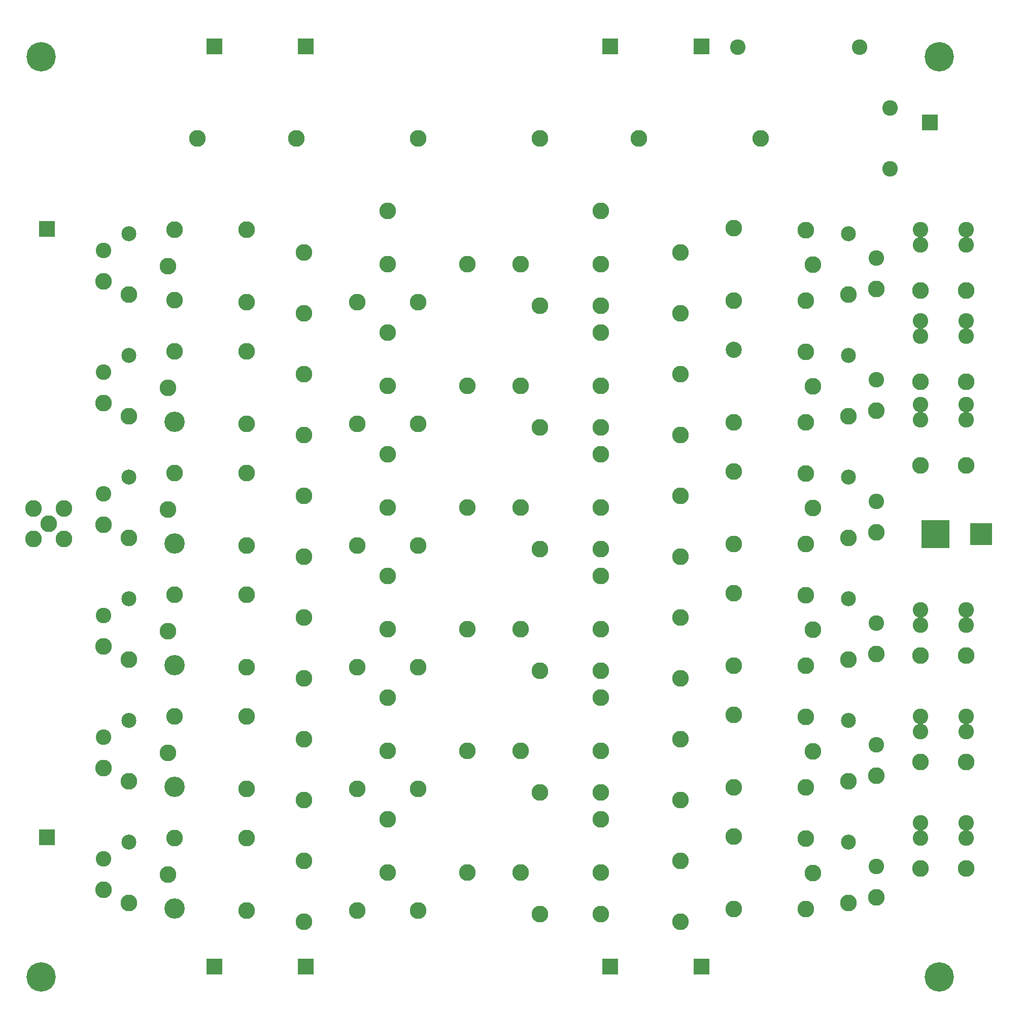
<source format=gbr>
%FSLAX34Y34*%
%MOMM*%
%LNSOLDERMASK_TOP*%
G71*
G01*
%ADD10C,2.800*%
%ADD11C,2.800*%
%ADD12C,2.700*%
%ADD13C,2.600*%
%ADD14C,2.500*%
%ADD15C,2.700*%
%ADD16C,3.400*%
%ADD17C,2.800*%
%ADD18C,4.900*%
%LPD*%
X-1028700Y63500D02*
G54D10*
D03*
X-1028700Y-38100D02*
G54D10*
D03*
X-889000Y44450D02*
G54D11*
D03*
X-889000Y133350D02*
G54D11*
D03*
X-838200Y-19050D02*
G54D10*
D03*
X-939800Y-19050D02*
G54D10*
D03*
X-755650Y44450D02*
G54D11*
D03*
X-666750Y44450D02*
G54D11*
D03*
X-533400Y-25400D02*
G54D10*
D03*
X-635000Y-25400D02*
G54D10*
D03*
X-533400Y44450D02*
G54D11*
D03*
X-533400Y133350D02*
G54D11*
D03*
X-400050Y63500D02*
G54D10*
D03*
X-400050Y-38100D02*
G54D10*
D03*
X-1123950Y-19050D02*
G54D11*
D03*
X-1244600Y-15876D02*
G54D11*
D03*
X-1123950Y101600D02*
G54D11*
D03*
X-1244600Y101600D02*
G54D11*
D03*
X-1255712Y41275D02*
G54D11*
D03*
X-311290Y104251D02*
G54D11*
D03*
X-190640Y101077D02*
G54D11*
D03*
X-311290Y-16399D02*
G54D11*
D03*
X-190640Y-16399D02*
G54D11*
D03*
X-179528Y43926D02*
G54D11*
D03*
X-1028700Y63500D02*
G54D11*
D03*
X-838200Y-19050D02*
G54D11*
D03*
X-533400Y-25400D02*
G54D11*
D03*
X-400050Y-38100D02*
G54D11*
D03*
X-1244600Y-15876D02*
G54D12*
D03*
X-1362592Y15962D02*
G54D13*
D03*
X-1362704Y66942D02*
G54D13*
D03*
X-1320477Y-6070D02*
G54D14*
D03*
X-1320477Y95530D02*
G54D14*
D03*
X-1320477Y-6070D02*
G54D13*
D03*
X-73542Y3262D02*
G54D13*
D03*
X-73654Y54242D02*
G54D13*
D03*
X-120327Y-6070D02*
G54D14*
D03*
X-120327Y95530D02*
G54D14*
D03*
X-120327Y-6070D02*
G54D13*
D03*
X-1320477Y-6070D02*
G54D11*
D03*
X-1362592Y15962D02*
G54D11*
D03*
X-120327Y-6070D02*
G54D11*
D03*
X-73542Y3262D02*
G54D11*
D03*
X-1028700Y-139700D02*
G54D10*
D03*
X-1028700Y-241300D02*
G54D10*
D03*
X-889000Y-158750D02*
G54D11*
D03*
X-889000Y-69850D02*
G54D11*
D03*
X-838200Y-222250D02*
G54D10*
D03*
X-939800Y-222250D02*
G54D10*
D03*
X-755650Y-158750D02*
G54D11*
D03*
X-666750Y-158750D02*
G54D11*
D03*
X-533400Y-228600D02*
G54D10*
D03*
X-635000Y-228600D02*
G54D10*
D03*
X-533400Y-158750D02*
G54D11*
D03*
X-533400Y-69850D02*
G54D11*
D03*
X-400050Y-139700D02*
G54D10*
D03*
X-400050Y-241300D02*
G54D10*
D03*
X-1123950Y-222250D02*
G54D11*
D03*
X-1244600Y-219076D02*
G54D11*
D03*
X-1123950Y-101600D02*
G54D11*
D03*
X-1244600Y-101600D02*
G54D11*
D03*
X-1255712Y-161925D02*
G54D11*
D03*
X-311290Y-98949D02*
G54D15*
D03*
X-190640Y-102123D02*
G54D11*
D03*
X-311290Y-219599D02*
G54D11*
D03*
X-190640Y-219599D02*
G54D11*
D03*
X-179527Y-159274D02*
G54D11*
D03*
X-1028700Y-139700D02*
G54D11*
D03*
X-838200Y-222250D02*
G54D11*
D03*
X-533400Y-228600D02*
G54D11*
D03*
X-400050Y-241300D02*
G54D11*
D03*
X-1244600Y-219076D02*
G54D16*
D03*
X-1362592Y-187238D02*
G54D13*
D03*
X-1362704Y-136258D02*
G54D13*
D03*
X-1320477Y-209270D02*
G54D14*
D03*
X-1320477Y-107670D02*
G54D14*
D03*
X-1320477Y-209270D02*
G54D13*
D03*
X-73542Y-199938D02*
G54D13*
D03*
X-73654Y-148958D02*
G54D13*
D03*
X-120327Y-209270D02*
G54D14*
D03*
X-120327Y-107670D02*
G54D14*
D03*
X-120327Y-209270D02*
G54D13*
D03*
X-1320477Y-209270D02*
G54D11*
D03*
X-1362592Y-187238D02*
G54D11*
D03*
X-120327Y-209270D02*
G54D11*
D03*
X-73542Y-199938D02*
G54D11*
D03*
X-1028700Y-342900D02*
G54D10*
D03*
X-1028700Y-444500D02*
G54D10*
D03*
X-889000Y-361950D02*
G54D11*
D03*
X-889000Y-273050D02*
G54D11*
D03*
X-838200Y-425450D02*
G54D10*
D03*
X-939800Y-425450D02*
G54D10*
D03*
X-755650Y-361950D02*
G54D11*
D03*
X-666750Y-361950D02*
G54D11*
D03*
X-533400Y-431800D02*
G54D10*
D03*
X-635000Y-431800D02*
G54D10*
D03*
X-533400Y-361950D02*
G54D11*
D03*
X-533400Y-273050D02*
G54D11*
D03*
X-400050Y-342900D02*
G54D10*
D03*
X-400050Y-444500D02*
G54D10*
D03*
X-1123950Y-425450D02*
G54D11*
D03*
X-1244600Y-422276D02*
G54D11*
D03*
X-1123950Y-304800D02*
G54D11*
D03*
X-1244600Y-304800D02*
G54D11*
D03*
X-1255712Y-365125D02*
G54D11*
D03*
X-311290Y-302149D02*
G54D11*
D03*
X-190640Y-305323D02*
G54D11*
D03*
X-311290Y-422799D02*
G54D11*
D03*
X-190640Y-422799D02*
G54D11*
D03*
X-179527Y-362474D02*
G54D11*
D03*
X-1028700Y-342900D02*
G54D11*
D03*
X-838200Y-425450D02*
G54D11*
D03*
X-533400Y-431800D02*
G54D11*
D03*
X-400050Y-444500D02*
G54D11*
D03*
X-1244600Y-422276D02*
G54D16*
D03*
X-1362592Y-390438D02*
G54D13*
D03*
X-1362704Y-339458D02*
G54D13*
D03*
X-1320477Y-412470D02*
G54D14*
D03*
X-1320477Y-310870D02*
G54D14*
D03*
X-1320477Y-412470D02*
G54D13*
D03*
X-73542Y-403138D02*
G54D13*
D03*
X-73654Y-352158D02*
G54D13*
D03*
X-120327Y-412470D02*
G54D14*
D03*
X-120327Y-310870D02*
G54D14*
D03*
X-120327Y-412470D02*
G54D13*
D03*
X-1320477Y-412470D02*
G54D11*
D03*
X-1362592Y-390438D02*
G54D11*
D03*
X-120327Y-412470D02*
G54D11*
D03*
X-73542Y-403138D02*
G54D11*
D03*
X-1028700Y-546100D02*
G54D10*
D03*
X-1028700Y-647700D02*
G54D10*
D03*
X-889000Y-565150D02*
G54D11*
D03*
X-889000Y-476250D02*
G54D11*
D03*
X-838200Y-628650D02*
G54D10*
D03*
X-939800Y-628650D02*
G54D10*
D03*
X-755650Y-565150D02*
G54D11*
D03*
X-666750Y-565150D02*
G54D11*
D03*
X-533400Y-635000D02*
G54D10*
D03*
X-635000Y-635000D02*
G54D10*
D03*
X-533400Y-565150D02*
G54D11*
D03*
X-533400Y-476250D02*
G54D11*
D03*
X-400050Y-546100D02*
G54D10*
D03*
X-400050Y-647700D02*
G54D10*
D03*
X-1123950Y-628650D02*
G54D11*
D03*
X-1244600Y-625476D02*
G54D11*
D03*
X-1123950Y-508000D02*
G54D11*
D03*
X-1244600Y-508000D02*
G54D11*
D03*
X-1255712Y-568325D02*
G54D11*
D03*
X-311290Y-505348D02*
G54D11*
D03*
X-190640Y-508523D02*
G54D11*
D03*
X-311290Y-625999D02*
G54D11*
D03*
X-190640Y-625999D02*
G54D11*
D03*
X-179527Y-565674D02*
G54D11*
D03*
X-1028700Y-546100D02*
G54D11*
D03*
X-838200Y-628650D02*
G54D11*
D03*
X-533400Y-635000D02*
G54D11*
D03*
X-400050Y-647700D02*
G54D11*
D03*
X-1244600Y-625476D02*
G54D16*
D03*
X-1362592Y-593638D02*
G54D13*
D03*
X-1362704Y-542658D02*
G54D13*
D03*
X-1320477Y-615670D02*
G54D14*
D03*
X-1320477Y-514070D02*
G54D14*
D03*
X-1320477Y-615670D02*
G54D13*
D03*
X-73542Y-606338D02*
G54D13*
D03*
X-73654Y-555358D02*
G54D13*
D03*
X-120327Y-615670D02*
G54D14*
D03*
X-120327Y-514070D02*
G54D14*
D03*
X-120327Y-615670D02*
G54D13*
D03*
X-1320477Y-615670D02*
G54D11*
D03*
X-1362592Y-593638D02*
G54D11*
D03*
X-120327Y-615670D02*
G54D11*
D03*
X-73542Y-606338D02*
G54D11*
D03*
X-1028700Y-749300D02*
G54D10*
D03*
X-1028700Y-850900D02*
G54D10*
D03*
X-889000Y-768350D02*
G54D11*
D03*
X-889000Y-679450D02*
G54D11*
D03*
X-838200Y-831850D02*
G54D10*
D03*
X-939800Y-831850D02*
G54D10*
D03*
X-755650Y-768350D02*
G54D11*
D03*
X-666750Y-768350D02*
G54D11*
D03*
X-533400Y-838200D02*
G54D10*
D03*
X-635000Y-838200D02*
G54D10*
D03*
X-533400Y-768350D02*
G54D11*
D03*
X-533400Y-679450D02*
G54D11*
D03*
X-400050Y-749300D02*
G54D10*
D03*
X-400050Y-850900D02*
G54D10*
D03*
X-1123950Y-831850D02*
G54D11*
D03*
X-1244600Y-828676D02*
G54D11*
D03*
X-1123950Y-711200D02*
G54D11*
D03*
X-1244600Y-711200D02*
G54D11*
D03*
X-1255712Y-771525D02*
G54D11*
D03*
X-311290Y-708548D02*
G54D11*
D03*
X-190640Y-711723D02*
G54D11*
D03*
X-311290Y-829199D02*
G54D11*
D03*
X-190640Y-829199D02*
G54D11*
D03*
X-179527Y-768874D02*
G54D11*
D03*
X-1028700Y-749300D02*
G54D11*
D03*
X-838200Y-831850D02*
G54D11*
D03*
X-533400Y-838200D02*
G54D11*
D03*
X-400050Y-850900D02*
G54D11*
D03*
X-1244600Y-828676D02*
G54D16*
D03*
X-1362592Y-796838D02*
G54D13*
D03*
X-1362704Y-745858D02*
G54D13*
D03*
X-1320477Y-818870D02*
G54D14*
D03*
X-1320477Y-717270D02*
G54D14*
D03*
X-1320477Y-818870D02*
G54D13*
D03*
X-73542Y-809538D02*
G54D13*
D03*
X-73654Y-758558D02*
G54D13*
D03*
X-120327Y-818870D02*
G54D14*
D03*
X-120327Y-717270D02*
G54D14*
D03*
X-120327Y-818870D02*
G54D13*
D03*
X-1320477Y-818870D02*
G54D11*
D03*
X-1362592Y-796838D02*
G54D11*
D03*
X-120327Y-818870D02*
G54D11*
D03*
X-73542Y-809538D02*
G54D11*
D03*
X-1028700Y-952500D02*
G54D10*
D03*
X-1028700Y-1054100D02*
G54D10*
D03*
X-889000Y-971550D02*
G54D11*
D03*
X-889000Y-882650D02*
G54D11*
D03*
X-838200Y-1035050D02*
G54D10*
D03*
X-939800Y-1035050D02*
G54D10*
D03*
X-755650Y-971550D02*
G54D11*
D03*
X-666750Y-971550D02*
G54D11*
D03*
X-533400Y-1041400D02*
G54D10*
D03*
X-635000Y-1041400D02*
G54D10*
D03*
X-533400Y-971550D02*
G54D11*
D03*
X-533400Y-882650D02*
G54D11*
D03*
X-400050Y-952500D02*
G54D10*
D03*
X-400050Y-1054100D02*
G54D10*
D03*
X-1123950Y-1035050D02*
G54D11*
D03*
X-1244600Y-1031876D02*
G54D11*
D03*
X-1123950Y-914400D02*
G54D11*
D03*
X-1244600Y-914400D02*
G54D11*
D03*
X-1255712Y-974725D02*
G54D11*
D03*
X-311290Y-911748D02*
G54D11*
D03*
X-190640Y-914923D02*
G54D11*
D03*
X-311290Y-1032399D02*
G54D11*
D03*
X-190640Y-1032399D02*
G54D11*
D03*
X-179527Y-972074D02*
G54D11*
D03*
X-1028700Y-952500D02*
G54D11*
D03*
X-838200Y-1035050D02*
G54D11*
D03*
X-533400Y-1041400D02*
G54D11*
D03*
X-400050Y-1054100D02*
G54D11*
D03*
X-1244600Y-1031876D02*
G54D16*
D03*
X-1362592Y-1000038D02*
G54D13*
D03*
X-1362704Y-949058D02*
G54D13*
D03*
X-1320477Y-1022070D02*
G54D14*
D03*
X-1320477Y-920470D02*
G54D14*
D03*
X-1320477Y-1022070D02*
G54D13*
D03*
X-73542Y-1012738D02*
G54D13*
D03*
X-73654Y-961758D02*
G54D13*
D03*
X-120327Y-1022070D02*
G54D14*
D03*
X-120327Y-920470D02*
G54D14*
D03*
X-120327Y-1022070D02*
G54D13*
D03*
X-1320477Y-1022070D02*
G54D11*
D03*
X-1362592Y-1000038D02*
G54D11*
D03*
X-120327Y-1022070D02*
G54D11*
D03*
X-73542Y-1012738D02*
G54D11*
D03*
X-1206500Y254000D02*
G54D17*
D03*
X-635000Y254000D02*
G54D17*
D03*
X-469900Y254000D02*
G54D17*
D03*
X-266700Y254000D02*
G54D17*
D03*
X-1041400Y254000D02*
G54D17*
D03*
X-838200Y254000D02*
G54D17*
D03*
X-1479575Y-363562D02*
G54D11*
D03*
X-1428775Y-363562D02*
G54D11*
D03*
X-1454175Y-388962D02*
G54D11*
D03*
X-1428775Y-414362D02*
G54D11*
D03*
X-1479575Y-414362D02*
G54D11*
D03*
G36*
X-1190950Y421000D02*
X-1164950Y421000D01*
X-1164950Y395000D01*
X-1190950Y395000D01*
X-1190950Y421000D01*
G37*
G36*
X-1038550Y421000D02*
X-1012550Y421000D01*
X-1012550Y395000D01*
X-1038550Y395000D01*
X-1038550Y421000D01*
G37*
X-1466850Y390400D02*
G54D18*
D03*
G36*
X-530550Y421000D02*
X-504550Y421000D01*
X-504550Y395000D01*
X-530550Y395000D01*
X-530550Y421000D01*
G37*
G36*
X-378150Y421000D02*
X-352150Y421000D01*
X-352150Y395000D01*
X-378150Y395000D01*
X-378150Y421000D01*
G37*
X31750Y390400D02*
G54D18*
D03*
G36*
X-1190950Y-1115700D02*
X-1164950Y-1115700D01*
X-1164950Y-1141700D01*
X-1190950Y-1141700D01*
X-1190950Y-1115700D01*
G37*
G36*
X-1038550Y-1115700D02*
X-1012550Y-1115700D01*
X-1012550Y-1141700D01*
X-1038550Y-1141700D01*
X-1038550Y-1115700D01*
G37*
X-1466850Y-1146300D02*
G54D18*
D03*
G36*
X-530550Y-1115700D02*
X-504550Y-1115700D01*
X-504550Y-1141700D01*
X-530550Y-1141700D01*
X-530550Y-1115700D01*
G37*
G36*
X-378150Y-1115700D02*
X-352150Y-1115700D01*
X-352150Y-1141700D01*
X-378150Y-1141700D01*
X-378150Y-1115700D01*
G37*
X31750Y-1146300D02*
G54D18*
D03*
G36*
X2850Y294000D02*
X28850Y294000D01*
X28850Y268000D01*
X2850Y268000D01*
X2850Y294000D01*
G37*
G36*
X-1470350Y-899800D02*
X-1444350Y-899800D01*
X-1444350Y-925800D01*
X-1470350Y-925800D01*
X-1470350Y-899800D01*
G37*
G36*
X-1470350Y116200D02*
X-1444350Y116200D01*
X-1444350Y90200D01*
X-1470350Y90200D01*
X-1470350Y116200D01*
G37*
X-304800Y406400D02*
G54D13*
D03*
X-101600Y406400D02*
G54D13*
D03*
X0Y-76200D02*
G54D13*
D03*
X76200Y-76200D02*
G54D13*
D03*
X-50800Y304800D02*
G54D13*
D03*
X-50800Y203200D02*
G54D13*
D03*
X0Y-76200D02*
G54D13*
D03*
X0Y-152400D02*
G54D13*
D03*
X76200Y-76200D02*
G54D13*
D03*
X76200Y-152400D02*
G54D13*
D03*
X0Y-152400D02*
G54D11*
D03*
X76200Y-152400D02*
G54D11*
D03*
X0Y-215900D02*
G54D13*
D03*
X76200Y-215900D02*
G54D13*
D03*
X0Y-215900D02*
G54D13*
D03*
X0Y-292100D02*
G54D13*
D03*
X76200Y-215900D02*
G54D13*
D03*
X76200Y-292100D02*
G54D13*
D03*
X0Y-292100D02*
G54D11*
D03*
X76200Y-292100D02*
G54D11*
D03*
X0Y76200D02*
G54D13*
D03*
X76200Y76200D02*
G54D13*
D03*
X0Y76200D02*
G54D13*
D03*
X0Y0D02*
G54D13*
D03*
X76200Y76200D02*
G54D13*
D03*
X76200Y0D02*
G54D13*
D03*
X0Y0D02*
G54D11*
D03*
X76200Y0D02*
G54D11*
D03*
X0Y-533400D02*
G54D13*
D03*
X76200Y-533400D02*
G54D13*
D03*
X0Y-533400D02*
G54D13*
D03*
X0Y-609600D02*
G54D13*
D03*
X76200Y-533400D02*
G54D13*
D03*
X76200Y-609600D02*
G54D13*
D03*
X0Y-609600D02*
G54D11*
D03*
X76200Y-609600D02*
G54D11*
D03*
X0Y-711200D02*
G54D13*
D03*
X76200Y-711200D02*
G54D13*
D03*
X0Y-711200D02*
G54D13*
D03*
X0Y-787400D02*
G54D13*
D03*
X76200Y-711200D02*
G54D13*
D03*
X76200Y-787400D02*
G54D13*
D03*
X0Y-787400D02*
G54D11*
D03*
X76200Y-787400D02*
G54D11*
D03*
X0Y-889000D02*
G54D13*
D03*
X76200Y-889000D02*
G54D13*
D03*
X0Y-889000D02*
G54D13*
D03*
X0Y-965200D02*
G54D13*
D03*
X76200Y-889000D02*
G54D13*
D03*
X76200Y-965200D02*
G54D13*
D03*
X0Y-965200D02*
G54D11*
D03*
X76200Y-965200D02*
G54D11*
D03*
G36*
X2400Y-383400D02*
X48400Y-383400D01*
X48400Y-429400D01*
X2400Y-429400D01*
X2400Y-383400D01*
G37*
X0Y101600D02*
G54D13*
D03*
X76200Y101600D02*
G54D13*
D03*
X0Y-50800D02*
G54D13*
D03*
X76200Y-50800D02*
G54D13*
D03*
X0Y-190500D02*
G54D13*
D03*
X76200Y-190500D02*
G54D13*
D03*
X0Y-558800D02*
G54D13*
D03*
X76200Y-558800D02*
G54D13*
D03*
X0Y-736600D02*
G54D13*
D03*
X76200Y-736600D02*
G54D13*
D03*
X0Y-914400D02*
G54D13*
D03*
X76200Y-914400D02*
G54D13*
D03*
G36*
X83600Y-388400D02*
X119600Y-388400D01*
X119600Y-424400D01*
X83600Y-424400D01*
X83600Y-388400D01*
G37*
M02*

</source>
